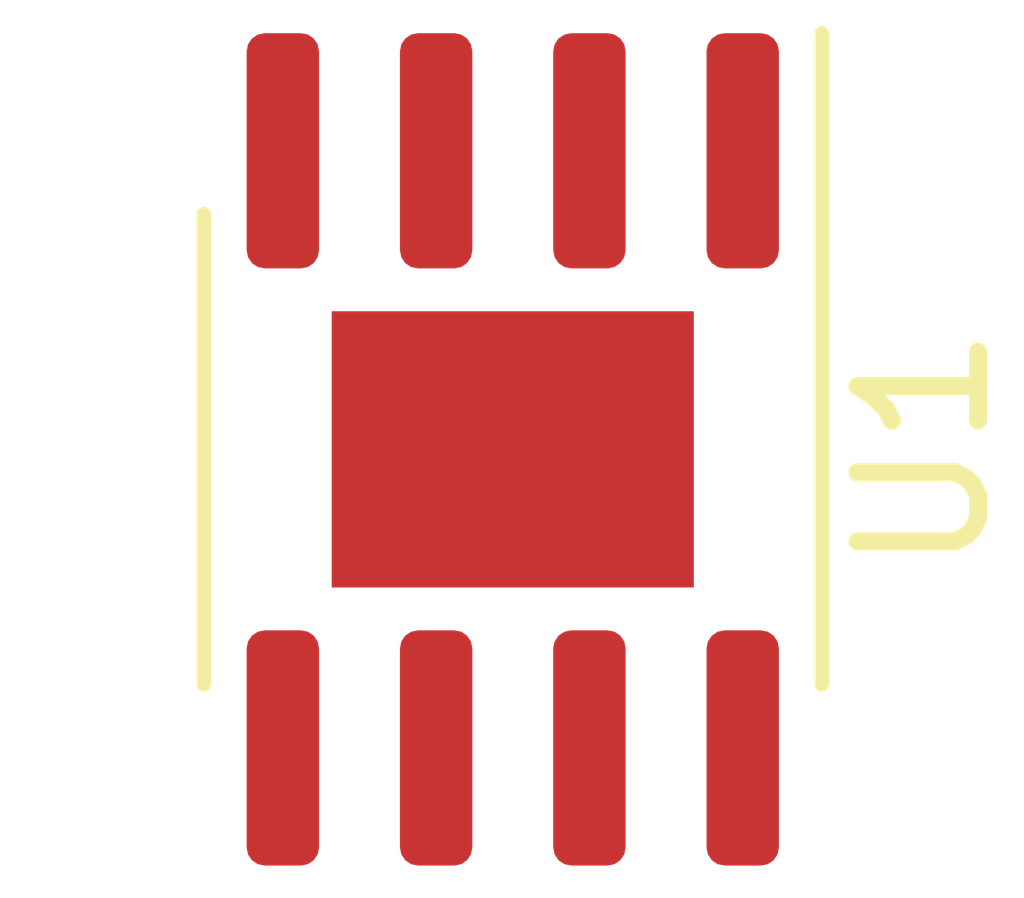
<source format=kicad_pcb>
(kicad_pcb (version 20221018) (generator pcbnew)
  (layers (0 "F.Cu" signal) (31 "B.Cu" signal) (34 "B.Paste" user) (35 "F.Paste" user) (36 "B.SilkS" user "B.Silkscreen") (37 "F.SilkS" user "F.Silkscreen") (38 "B.Mask" user) (39 "F.Mask" user) (44 "Edge.Cuts" user))
  (net 0 "")
  (footprint "Package_SO:SOIC-8-1EP_3.9x4.9mm_P1.27mm_EP2.29x3mm" (layer "F.Cu") (at 51.06 91.8 -90)
    (fp_text reference "U1" (at 0 -3.4 90) (layer "F.SilkS"))
    (fp_text value "TP4056")
    (fp_line (start 0 -2.56) (end -3.45 -2.56) (stroke (width 0.12)) (layer "F.SilkS"))
    (fp_line (start 0 -2.56) (end 1.95 -2.56) (stroke (width 0.12)) (layer "F.SilkS"))
    (fp_line (start 0 2.56) (end -1.95 2.56) (stroke (width 0.12)) (layer "F.SilkS"))
    (fp_line (start 0 2.56) (end 1.95 2.56) (stroke (width 0.12)) (layer "F.SilkS"))
    (pad "1" smd roundrect (at -2.475 -1.905 270) (size 1.95 0.6) (layers "F.Cu" "F.Paste" "F.Mask"))
    (pad "2" smd roundrect (at -2.475 -0.635 270) (size 1.95 0.6) (layers "F.Cu" "F.Paste" "F.Mask"))
    (pad "3" smd roundrect (at -2.475 0.635 270) (size 1.95 0.6) (layers "F.Cu" "F.Paste" "F.Mask"))
    (pad "4" smd roundrect (at -2.475 1.905 270) (size 1.95 0.6) (layers "F.Cu" "F.Paste" "F.Mask"))
    (pad "5" smd roundrect (at 2.475 1.905 270) (size 1.95 0.6) (layers "F.Cu" "F.Paste" "F.Mask"))
    (pad "6" smd roundrect (at 2.475 0.635 270) (size 1.95 0.6) (layers "F.Cu" "F.Paste" "F.Mask"))
    (pad "7" smd roundrect (at 2.475 -0.635 270) (size 1.95 0.6) (layers "F.Cu" "F.Paste" "F.Mask"))
    (pad "8" smd roundrect (at 2.475 -1.905 270) (size 1.95 0.6) (layers "F.Cu" "F.Paste" "F.Mask"))
    (pad "9" smd rect (at 0 0 270) (size 2.29 3) (layers "F.Cu" "F.Mask"))
  )
)
</source>
